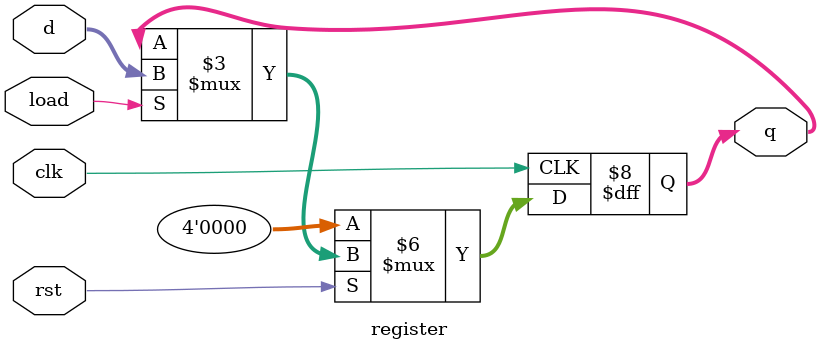
<source format=v>
module register (
    input [3:0] d,
    input clk, load,rst,
    output reg [3:0] q
);

    always @(posedge clk) begin
        if (!rst) begin
            q <= 4'b0000;  // Reset to 0 when rst = 0
        end else if (load) begin
            q <= d;
        end
    end

endmodule
</source>
